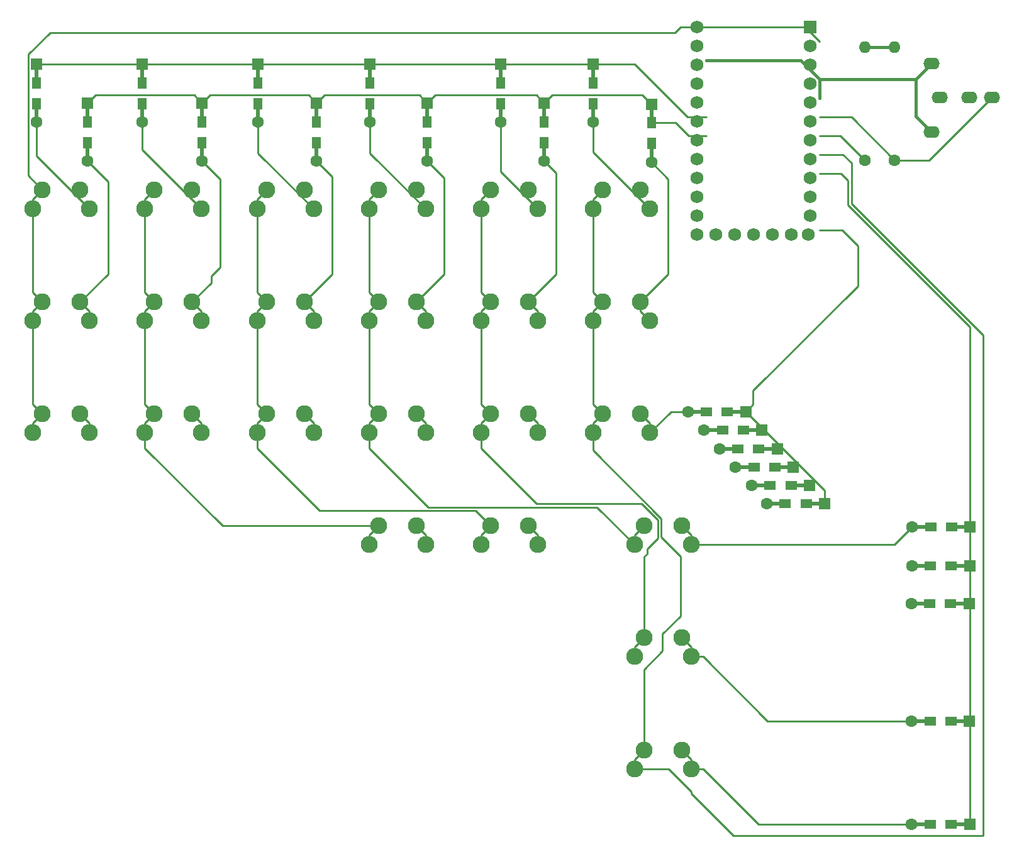
<source format=gbr>
%TF.GenerationSoftware,KiCad,Pcbnew,(6.0.5)*%
%TF.CreationDate,2022-05-16T23:14:11-04:00*%
%TF.ProjectId,keybert,6b657962-6572-4742-9e6b-696361645f70,0.0.1a*%
%TF.SameCoordinates,Original*%
%TF.FileFunction,Copper,L1,Top*%
%TF.FilePolarity,Positive*%
%FSLAX46Y46*%
G04 Gerber Fmt 4.6, Leading zero omitted, Abs format (unit mm)*
G04 Created by KiCad (PCBNEW (6.0.5)) date 2022-05-16 23:14:11*
%MOMM*%
%LPD*%
G01*
G04 APERTURE LIST*
%TA.AperFunction,ComponentPad*%
%ADD10C,1.600000*%
%TD*%
%TA.AperFunction,ComponentPad*%
%ADD11O,1.600000X1.600000*%
%TD*%
%TA.AperFunction,ComponentPad*%
%ADD12O,2.200000X1.600000*%
%TD*%
%TA.AperFunction,ComponentPad*%
%ADD13C,2.286000*%
%TD*%
%TA.AperFunction,SMDPad,CuDef*%
%ADD14R,2.900000X0.500000*%
%TD*%
%TA.AperFunction,ComponentPad*%
%ADD15R,1.600000X1.600000*%
%TD*%
%TA.AperFunction,SMDPad,CuDef*%
%ADD16R,1.600000X1.200000*%
%TD*%
%TA.AperFunction,SMDPad,CuDef*%
%ADD17R,1.200000X1.600000*%
%TD*%
%TA.AperFunction,SMDPad,CuDef*%
%ADD18R,0.500000X2.900000*%
%TD*%
%TA.AperFunction,ComponentPad*%
%ADD19R,1.752600X1.752600*%
%TD*%
%TA.AperFunction,ComponentPad*%
%ADD20C,1.752600*%
%TD*%
%TA.AperFunction,Conductor*%
%ADD21C,0.250000*%
%TD*%
%TA.AperFunction,Conductor*%
%ADD22C,0.381000*%
%TD*%
G04 APERTURE END LIST*
D10*
%TO.P,R0,1*%
%TO.N,SDA*%
X144627500Y-40260891D03*
D11*
%TO.P,R0,2*%
%TO.N,VCC*%
X144627500Y-25020891D03*
%TD*%
D12*
%TO.P,J0,1,SLEEVE*%
%TO.N,GND*%
X149602500Y-27247141D03*
X149602500Y-36447141D03*
%TO.P,J0,2,TIP*%
%TO.N,VCC*%
X150702500Y-31847141D03*
%TO.P,J0,3,RING1*%
%TO.N,SCL*%
X154702500Y-31847141D03*
%TO.P,J0,4,RING2*%
%TO.N,SDA*%
X157702500Y-31847141D03*
%TD*%
D13*
%TO.P,MX19,1,COL*%
%TO.N,col5*%
X105300000Y-74434641D03*
X104030000Y-76974641D03*
%TO.P,MX19,2,ROW*%
%TO.N,Net-(D19-Pad2)*%
X111650000Y-76974641D03*
X110380000Y-74434641D03*
%TD*%
%TO.P,MX11,1,COL*%
%TO.N,col3*%
X73867500Y-76974641D03*
X75137500Y-74434641D03*
%TO.P,MX11,2,ROW*%
%TO.N,Net-(D11-Pad2)*%
X81487500Y-76974641D03*
X80217500Y-74434641D03*
%TD*%
%TO.P,MX20,1,COL*%
%TO.N,col3*%
X109586250Y-92055891D03*
X110856250Y-89515891D03*
%TO.P,MX20,2,ROW*%
%TO.N,Net-(D20-Pad2)*%
X117206250Y-92055891D03*
X115936250Y-89515891D03*
%TD*%
%TO.P,MX12,1,COL*%
%TO.N,col1*%
X75137500Y-89515891D03*
X73867500Y-92055891D03*
%TO.P,MX12,2,ROW*%
%TO.N,Net-(D12-Pad2)*%
X81487500Y-92055891D03*
X80217500Y-89515891D03*
%TD*%
%TO.P,MX18,1,COL*%
%TO.N,col5*%
X105300000Y-59353391D03*
X104030000Y-61893391D03*
%TO.P,MX18,2,ROW*%
%TO.N,Net-(D18-Pad2)*%
X110380000Y-59353391D03*
X111650000Y-61893391D03*
%TD*%
%TO.P,MX10,1,COL*%
%TO.N,col3*%
X75137500Y-59353391D03*
X73867500Y-61893391D03*
%TO.P,MX10,2,ROW*%
%TO.N,Net-(D10-Pad2)*%
X80217500Y-59353391D03*
X81487500Y-61893391D03*
%TD*%
%TO.P,MX15,1,COL*%
%TO.N,col4*%
X90218750Y-74434641D03*
X88948750Y-76974641D03*
%TO.P,MX15,2,ROW*%
%TO.N,Net-(D15-Pad2)*%
X96568750Y-76974641D03*
X95298750Y-74434641D03*
%TD*%
%TO.P,MX7,1,COL*%
%TO.N,col2*%
X60056250Y-59353391D03*
X58786250Y-61893391D03*
%TO.P,MX7,2,ROW*%
%TO.N,Net-(D7-Pad2)*%
X66406250Y-61893391D03*
X65136250Y-59353391D03*
%TD*%
%TO.P,MX3,1,COL*%
%TO.N,col1*%
X44975000Y-44272141D03*
X43705000Y-46812141D03*
%TO.P,MX3,2,ROW*%
%TO.N,Net-(D3-Pad2)*%
X51325000Y-46812141D03*
X50055000Y-44272141D03*
%TD*%
%TO.P,MX14,1,COL*%
%TO.N,col4*%
X90218750Y-59353391D03*
X88948750Y-61893391D03*
%TO.P,MX14,2,ROW*%
%TO.N,Net-(D14-Pad2)*%
X95298750Y-59353391D03*
X96568750Y-61893391D03*
%TD*%
%TO.P,MX0,1,COL*%
%TO.N,col0*%
X28623750Y-46812141D03*
X29893750Y-44272141D03*
%TO.P,MX0,2,ROW*%
%TO.N,Net-(D0-Pad2)*%
X34973750Y-44272141D03*
X36243750Y-46812141D03*
%TD*%
%TO.P,MX8,1,COL*%
%TO.N,col2*%
X60056250Y-74434641D03*
X58786250Y-76974641D03*
%TO.P,MX8,2,ROW*%
%TO.N,Net-(D8-Pad2)*%
X66406250Y-76974641D03*
X65136250Y-74434641D03*
%TD*%
%TO.P,MX22,1,COL*%
%TO.N,col5*%
X109586250Y-122218391D03*
X110856250Y-119678391D03*
%TO.P,MX22,2,ROW*%
%TO.N,Net-(D22-Pad2)*%
X115936250Y-119678391D03*
X117206250Y-122218391D03*
%TD*%
D10*
%TO.P,R1,1*%
%TO.N,SCL*%
X140577500Y-40260891D03*
D11*
%TO.P,R1,2*%
%TO.N,VCC*%
X140577500Y-25020891D03*
%TD*%
D13*
%TO.P,MX16,1,COL*%
%TO.N,col2*%
X90218750Y-89515891D03*
X88948750Y-92055891D03*
%TO.P,MX16,2,ROW*%
%TO.N,Net-(D16-Pad2)*%
X95298750Y-89515891D03*
X96568750Y-92055891D03*
%TD*%
%TO.P,MX13,1,COL*%
%TO.N,col4*%
X88948750Y-46812141D03*
X90218750Y-44272141D03*
%TO.P,MX13,2,ROW*%
%TO.N,Net-(D13-Pad2)*%
X95298750Y-44272141D03*
X96568750Y-46812141D03*
%TD*%
%TO.P,MX21,1,COL*%
%TO.N,col4*%
X109586250Y-107137141D03*
X110856250Y-104597141D03*
%TO.P,MX21,2,ROW*%
%TO.N,Net-(D21-Pad2)*%
X117206250Y-107137141D03*
X115936250Y-104597141D03*
%TD*%
%TO.P,MX17,1,COL*%
%TO.N,col5*%
X105300000Y-44272141D03*
X104030000Y-46812141D03*
%TO.P,MX17,2,ROW*%
%TO.N,Net-(D17-Pad2)*%
X110380000Y-44272141D03*
X111650000Y-46812141D03*
%TD*%
%TO.P,MX6,1,COL*%
%TO.N,col2*%
X60056250Y-44272141D03*
X58786250Y-46812141D03*
%TO.P,MX6,2,ROW*%
%TO.N,Net-(D6-Pad2)*%
X65136250Y-44272141D03*
X66406250Y-46812141D03*
%TD*%
%TO.P,MX4,1,COL*%
%TO.N,col1*%
X44975000Y-59353391D03*
X43705000Y-61893391D03*
%TO.P,MX4,2,ROW*%
%TO.N,Net-(D4-Pad2)*%
X50055000Y-59353391D03*
X51325000Y-61893391D03*
%TD*%
%TO.P,MX2,1,COL*%
%TO.N,col0*%
X28623750Y-76974641D03*
X29893750Y-74434641D03*
%TO.P,MX2,2,ROW*%
%TO.N,Net-(D2-Pad2)*%
X36243750Y-76974641D03*
X34973750Y-74434641D03*
%TD*%
%TO.P,MX9,1,COL*%
%TO.N,col3*%
X73867500Y-46812141D03*
X75137500Y-44272141D03*
%TO.P,MX9,2,ROW*%
%TO.N,Net-(D9-Pad2)*%
X81487500Y-46812141D03*
X80217500Y-44272141D03*
%TD*%
%TO.P,MX5,1,COL*%
%TO.N,col1*%
X44975000Y-74434641D03*
X43705000Y-76974641D03*
%TO.P,MX5,2,ROW*%
%TO.N,Net-(D5-Pad2)*%
X51325000Y-76974641D03*
X50055000Y-74434641D03*
%TD*%
%TO.P,MX1,1,COL*%
%TO.N,col0*%
X28623750Y-61893391D03*
X29893750Y-59353391D03*
%TO.P,MX1,2,ROW*%
%TO.N,Net-(D1-Pad2)*%
X36243750Y-61893391D03*
X34973750Y-59353391D03*
%TD*%
D14*
%TO.P,D22,1,K*%
%TO.N,clu0*%
X153311250Y-129742141D03*
D15*
X154711250Y-129742141D03*
D16*
X152211250Y-129742141D03*
D14*
%TO.P,D22,2,A*%
%TO.N,Net-(D22-Pad2)*%
X148311250Y-129742141D03*
D10*
X146911250Y-129742141D03*
D16*
X149411250Y-129742141D03*
%TD*%
D17*
%TO.P,D4,1,K*%
%TO.N,row1*%
X51401250Y-35092141D03*
D15*
X51401250Y-32592141D03*
D18*
X51401250Y-33992141D03*
%TO.P,D4,2,A*%
%TO.N,Net-(D4-Pad2)*%
X51401250Y-38992141D03*
D17*
X51401250Y-37892141D03*
D10*
X51401250Y-40392141D03*
%TD*%
D15*
%TO.P,D17,1,K*%
%TO.N,row0*%
X104011250Y-27352141D03*
D17*
X104011250Y-29852141D03*
D18*
X104011250Y-28752141D03*
%TO.P,D17,2,A*%
%TO.N,Net-(D17-Pad2)*%
X104011250Y-33752141D03*
D17*
X104011250Y-32652141D03*
D10*
X104011250Y-35152141D03*
%TD*%
D14*
%TO.P,D19,1,K*%
%TO.N,row2*%
X123201250Y-74122141D03*
D16*
X122101250Y-74122141D03*
D15*
X124601250Y-74122141D03*
D14*
%TO.P,D19,2,A*%
%TO.N,Net-(D19-Pad2)*%
X118201250Y-74122141D03*
D16*
X119301250Y-74122141D03*
D10*
X116801250Y-74122141D03*
%TD*%
D15*
%TO.P,D15,1,K*%
%TO.N,row2*%
X126741250Y-76612141D03*
D16*
X124241250Y-76612141D03*
D14*
X125341250Y-76612141D03*
D10*
%TO.P,D15,2,A*%
%TO.N,Net-(D15-Pad2)*%
X118941250Y-76612141D03*
D14*
X120341250Y-76612141D03*
D16*
X121441250Y-76612141D03*
%TD*%
D18*
%TO.P,D3,1,K*%
%TO.N,row0*%
X43371250Y-28752141D03*
D15*
X43371250Y-27352141D03*
D17*
X43371250Y-29852141D03*
D10*
%TO.P,D3,2,A*%
%TO.N,Net-(D3-Pad2)*%
X43371250Y-35152141D03*
D18*
X43371250Y-33752141D03*
D17*
X43371250Y-32652141D03*
%TD*%
%TO.P,D10,1,K*%
%TO.N,row1*%
X81721250Y-35092141D03*
D18*
X81721250Y-33992141D03*
D15*
X81721250Y-32592141D03*
D10*
%TO.P,D10,2,A*%
%TO.N,Net-(D10-Pad2)*%
X81721250Y-40392141D03*
D18*
X81721250Y-38992141D03*
D17*
X81721250Y-37892141D03*
%TD*%
D14*
%TO.P,D16,1,K*%
%TO.N,clu0*%
X153351250Y-94862141D03*
D16*
X152251250Y-94862141D03*
D15*
X154751250Y-94862141D03*
D14*
%TO.P,D16,2,A*%
%TO.N,Net-(D16-Pad2)*%
X148351250Y-94862141D03*
D16*
X149451250Y-94862141D03*
D10*
X146951250Y-94862141D03*
%TD*%
D14*
%TO.P,D21,1,K*%
%TO.N,clu0*%
X153291250Y-115792141D03*
D15*
X154691250Y-115792141D03*
D16*
X152191250Y-115792141D03*
%TO.P,D21,2,A*%
%TO.N,Net-(D21-Pad2)*%
X149391250Y-115792141D03*
D14*
X148291250Y-115792141D03*
D10*
X146891250Y-115792141D03*
%TD*%
D15*
%TO.P,D20,1,K*%
%TO.N,clu0*%
X154781250Y-89662141D03*
D14*
X153381250Y-89662141D03*
D16*
X152281250Y-89662141D03*
%TO.P,D20,2,A*%
%TO.N,Net-(D20-Pad2)*%
X149481250Y-89662141D03*
D14*
X148381250Y-89662141D03*
D10*
X146981250Y-89662141D03*
%TD*%
D15*
%TO.P,D11,1,K*%
%TO.N,row2*%
X128821250Y-79142141D03*
D16*
X126321250Y-79142141D03*
D14*
X127421250Y-79142141D03*
%TO.P,D11,2,A*%
%TO.N,Net-(D11-Pad2)*%
X122421250Y-79142141D03*
D16*
X123521250Y-79142141D03*
D10*
X121021250Y-79142141D03*
%TD*%
D17*
%TO.P,D13,1,K*%
%TO.N,row0*%
X91551250Y-29852141D03*
D18*
X91551250Y-28752141D03*
D15*
X91551250Y-27352141D03*
D17*
%TO.P,D13,2,A*%
%TO.N,Net-(D13-Pad2)*%
X91551250Y-32652141D03*
D18*
X91551250Y-33752141D03*
D10*
X91551250Y-35152141D03*
%TD*%
D17*
%TO.P,D9,1,K*%
%TO.N,row0*%
X74021250Y-29852141D03*
D15*
X74021250Y-27352141D03*
D18*
X74021250Y-28752141D03*
%TO.P,D9,2,A*%
%TO.N,Net-(D9-Pad2)*%
X74021250Y-33752141D03*
D10*
X74021250Y-35152141D03*
D17*
X74021250Y-32652141D03*
%TD*%
D15*
%TO.P,D8,1,K*%
%TO.N,row2*%
X130981250Y-81592141D03*
D14*
X129581250Y-81592141D03*
D16*
X128481250Y-81592141D03*
D10*
%TO.P,D8,2,A*%
%TO.N,Net-(D8-Pad2)*%
X123181250Y-81592141D03*
D16*
X125681250Y-81592141D03*
D14*
X124581250Y-81592141D03*
%TD*%
D17*
%TO.P,D0,1,K*%
%TO.N,row0*%
X29111250Y-29852141D03*
D18*
X29111250Y-28752141D03*
D15*
X29111250Y-27352141D03*
D10*
%TO.P,D0,2,A*%
%TO.N,Net-(D0-Pad2)*%
X29111250Y-35152141D03*
D17*
X29111250Y-32652141D03*
D18*
X29111250Y-33752141D03*
%TD*%
D15*
%TO.P,D18,1,K*%
%TO.N,row1*%
X111891250Y-32742141D03*
D17*
X111891250Y-35242141D03*
D18*
X111891250Y-34142141D03*
D17*
%TO.P,D18,2,A*%
%TO.N,Net-(D18-Pad2)*%
X111891250Y-38042141D03*
D18*
X111891250Y-39142141D03*
D10*
X111891250Y-40542141D03*
%TD*%
D15*
%TO.P,D14,1,K*%
%TO.N,row1*%
X97451250Y-32592141D03*
D18*
X97451250Y-33992141D03*
D17*
X97451250Y-35092141D03*
D10*
%TO.P,D14,2,A*%
%TO.N,Net-(D14-Pad2)*%
X97451250Y-40392141D03*
D18*
X97451250Y-38992141D03*
D17*
X97451250Y-37892141D03*
%TD*%
D15*
%TO.P,D2,1,K*%
%TO.N,row2*%
X135201250Y-86482141D03*
D14*
X133801250Y-86482141D03*
D16*
X132701250Y-86482141D03*
D10*
%TO.P,D2,2,A*%
%TO.N,Net-(D2-Pad2)*%
X127401250Y-86482141D03*
D14*
X128801250Y-86482141D03*
D16*
X129901250Y-86482141D03*
%TD*%
D17*
%TO.P,D1,1,K*%
%TO.N,row1*%
X35991250Y-35092141D03*
D15*
X35991250Y-32592141D03*
D18*
X35991250Y-33992141D03*
D10*
%TO.P,D1,2,A*%
%TO.N,Net-(D1-Pad2)*%
X35991250Y-40392141D03*
D17*
X35991250Y-37892141D03*
D18*
X35991250Y-38992141D03*
%TD*%
D14*
%TO.P,D12,1,K*%
%TO.N,clu0*%
X153251250Y-100002141D03*
D16*
X152151250Y-100002141D03*
D15*
X154651250Y-100002141D03*
D14*
%TO.P,D12,2,A*%
%TO.N,Net-(D12-Pad2)*%
X148251250Y-100002141D03*
D16*
X149351250Y-100002141D03*
D10*
X146851250Y-100002141D03*
%TD*%
D18*
%TO.P,D6,1,K*%
%TO.N,row0*%
X58941250Y-28752141D03*
D15*
X58941250Y-27352141D03*
D17*
X58941250Y-29852141D03*
%TO.P,D6,2,A*%
%TO.N,Net-(D6-Pad2)*%
X58941250Y-32652141D03*
D10*
X58941250Y-35152141D03*
D18*
X58941250Y-33752141D03*
%TD*%
D15*
%TO.P,D7,1,K*%
%TO.N,row1*%
X66801250Y-32592141D03*
D17*
X66801250Y-35092141D03*
D18*
X66801250Y-33992141D03*
D10*
%TO.P,D7,2,A*%
%TO.N,Net-(D7-Pad2)*%
X66801250Y-40392141D03*
D18*
X66801250Y-38992141D03*
D17*
X66801250Y-37892141D03*
%TD*%
D19*
%TO.P,MC-EC0,1,TX0/PD3*%
%TO.N,col0*%
X133228270Y-22342911D03*
D20*
%TO.P,MC-EC0,2,RX1/PD2*%
%TO.N,unconnected-(MC-EC0-Pad2)*%
X133228270Y-24882911D03*
%TO.P,MC-EC0,3,GND*%
%TO.N,GND*%
X133228270Y-27422911D03*
%TO.P,MC-EC0,4,GND*%
X133228270Y-29962911D03*
%TO.P,MC-EC0,5,2/PD1*%
%TO.N,SDA*%
X133228270Y-32502911D03*
%TO.P,MC-EC0,6,3/PD0*%
%TO.N,SCL*%
X133228270Y-35042911D03*
%TO.P,MC-EC0,7,4/PD4*%
%TO.N,col5*%
X133228270Y-37582911D03*
%TO.P,MC-EC0,8,5/PC6*%
%TO.N,clu0*%
X133228270Y-40122911D03*
%TO.P,MC-EC0,9,6/PD7*%
%TO.N,unconnected-(MC-EC0-Pad9)*%
X133228270Y-42662911D03*
%TO.P,MC-EC0,10,7/PE6*%
%TO.N,unconnected-(MC-EC0-Pad10)*%
X133228270Y-45202911D03*
%TO.P,MC-EC0,11,8/PB4*%
%TO.N,row2*%
X133228270Y-47742911D03*
%TO.P,MC-EC0,12,9/PB5*%
%TO.N,unconnected-(MC-EC0-Pad12)*%
X132999670Y-50282911D03*
%TO.P,MC-EC0,13,10/PB6*%
%TO.N,unconnected-(MC-EC0-Pad13)*%
X117988270Y-50282911D03*
%TO.P,MC-EC0,14,16/PB2*%
%TO.N,col3*%
X117988270Y-47742911D03*
%TO.P,MC-EC0,15,14/PB3*%
%TO.N,unconnected-(MC-EC0-Pad15)*%
X117988270Y-45202911D03*
%TO.P,MC-EC0,16,15/PB1*%
%TO.N,col2*%
X117988270Y-42662911D03*
%TO.P,MC-EC0,17,A0/PF7*%
%TO.N,col1*%
X117988270Y-40122911D03*
%TO.P,MC-EC0,18,A1/PF6*%
%TO.N,col4*%
X117988270Y-37582911D03*
%TO.P,MC-EC0,19,A2/PF5*%
%TO.N,row1*%
X117988270Y-35042911D03*
%TO.P,MC-EC0,20,A3/PF4*%
%TO.N,row0*%
X117988270Y-32502911D03*
%TO.P,MC-EC0,21,VCC*%
%TO.N,VCC*%
X117988270Y-29962911D03*
%TO.P,MC-EC0,22,RST*%
%TO.N,unconnected-(MC-EC0-Pad22)*%
X117988270Y-27422911D03*
%TO.P,MC-EC0,23,GND*%
%TO.N,GND*%
X117988270Y-24882911D03*
%TO.P,MC-EC0,24,B0*%
%TO.N,unconnected-(MC-EC0-Pad24)*%
X117988270Y-22342911D03*
%TO.P,MC-EC0,25,B7*%
%TO.N,unconnected-(MC-EC0-Pad25)*%
X130688270Y-50282911D03*
%TO.P,MC-EC0,26,D5*%
%TO.N,unconnected-(MC-EC0-Pad26)*%
X128148270Y-50282911D03*
%TO.P,MC-EC0,27,C7*%
%TO.N,unconnected-(MC-EC0-Pad27)*%
X125608270Y-50282911D03*
%TO.P,MC-EC0,28,F1*%
%TO.N,unconnected-(MC-EC0-Pad28)*%
X123068270Y-50282911D03*
%TO.P,MC-EC0,29,F0*%
%TO.N,unconnected-(MC-EC0-Pad29)*%
X120528270Y-50282911D03*
%TD*%
D16*
%TO.P,D5,1,K*%
%TO.N,row2*%
X130671250Y-84032141D03*
D14*
X131771250Y-84032141D03*
D15*
X133171250Y-84032141D03*
D14*
%TO.P,D5,2,A*%
%TO.N,Net-(D5-Pad2)*%
X126771250Y-84032141D03*
D10*
X125371250Y-84032141D03*
D16*
X127871250Y-84032141D03*
%TD*%
D21*
%TO.N,row0*%
X116730000Y-34429641D02*
X119270000Y-34429641D01*
X29551250Y-27352141D02*
X43371250Y-27352141D01*
X109652500Y-27352141D02*
X116730000Y-34429641D01*
X104011250Y-27352141D02*
X109652500Y-27352141D01*
X43371250Y-27352141D02*
X104011250Y-27352141D01*
%TO.N,Net-(D0-Pad2)*%
X29111250Y-35152141D02*
X29111250Y-39679641D01*
X29111250Y-39679641D02*
X36243750Y-46812141D01*
%TO.N,row1*%
X97451250Y-32592141D02*
X98515761Y-31527630D01*
X65736739Y-31527630D02*
X66801250Y-32592141D01*
X111891250Y-35242141D02*
X115161250Y-35242141D01*
X51401250Y-32592141D02*
X52465761Y-31527630D01*
X82785761Y-31527630D02*
X96386739Y-31527630D01*
X96386739Y-31527630D02*
X97451250Y-32592141D01*
X52465761Y-31527630D02*
X65736739Y-31527630D01*
X81721250Y-32592141D02*
X82785761Y-31527630D01*
X98515761Y-31527630D02*
X110676739Y-31527630D01*
X50336739Y-31527630D02*
X51401250Y-32592141D01*
X37055761Y-31527630D02*
X50336739Y-31527630D01*
X116888750Y-36969641D02*
X119270000Y-36969641D01*
X35991250Y-32592141D02*
X37055761Y-31527630D01*
X80656739Y-31527630D02*
X81721250Y-32592141D01*
X66801250Y-32592141D02*
X67865761Y-31527630D01*
X110676739Y-31527630D02*
X111891250Y-32742141D01*
X115161250Y-35242141D02*
X116888750Y-36969641D01*
X67865761Y-31527630D02*
X80656739Y-31527630D01*
%TO.N,Net-(D1-Pad2)*%
X34973750Y-59353391D02*
X36243750Y-60623391D01*
X38739171Y-43140062D02*
X38739171Y-55587970D01*
X35991250Y-40392141D02*
X38739171Y-43140062D01*
X38739171Y-55587970D02*
X34973750Y-59353391D01*
X36243750Y-60623391D02*
X36243750Y-61893391D01*
%TO.N,row2*%
X125550811Y-73172580D02*
X125550811Y-71302580D01*
X139651250Y-51794641D02*
X137526250Y-49669641D01*
X139651250Y-57202141D02*
X139651250Y-51794641D01*
X124601250Y-74122141D02*
X125550811Y-73172580D01*
X125550811Y-71302580D02*
X139651250Y-57202141D01*
X135201250Y-86482141D02*
X135201250Y-84722141D01*
X135201250Y-84722141D02*
X124601250Y-74122141D01*
X137526250Y-49669641D02*
X134510000Y-49669641D01*
%TO.N,Net-(D2-Pad2)*%
X34973750Y-74434641D02*
X36243750Y-75704641D01*
X36243750Y-75704641D02*
X36243750Y-76974641D01*
%TO.N,Net-(D3-Pad2)*%
X43371250Y-38858391D02*
X51325000Y-46812141D01*
X43371250Y-35152141D02*
X43371250Y-38858391D01*
%TO.N,Net-(D4-Pad2)*%
X51325000Y-60623391D02*
X51325000Y-61893391D01*
X52631250Y-56777141D02*
X50055000Y-59353391D01*
X51401250Y-40392141D02*
X53820421Y-42811312D01*
X53820421Y-54702970D02*
X52631250Y-55892141D01*
X53820421Y-42811312D02*
X53820421Y-54702970D01*
X52631250Y-55892141D02*
X52631250Y-56777141D01*
X50055000Y-59353391D02*
X51325000Y-60623391D01*
%TO.N,Net-(D5-Pad2)*%
X51325000Y-75704641D02*
X51325000Y-76974641D01*
X50055000Y-74434641D02*
X51325000Y-75704641D01*
%TO.N,Net-(D6-Pad2)*%
X58941250Y-35152141D02*
X58941250Y-39347141D01*
X58941250Y-39347141D02*
X66406250Y-46812141D01*
%TO.N,Net-(D7-Pad2)*%
X66801250Y-40392141D02*
X68901671Y-42492562D01*
X68901671Y-55587970D02*
X65136250Y-59353391D01*
X65136250Y-59353391D02*
X66406250Y-60623391D01*
X68901671Y-42492562D02*
X68901671Y-55587970D01*
X66406250Y-60623391D02*
X66406250Y-61893391D01*
%TO.N,Net-(D8-Pad2)*%
X66406250Y-75704641D02*
X66406250Y-76974641D01*
X65136250Y-74434641D02*
X66406250Y-75704641D01*
%TO.N,Net-(D9-Pad2)*%
X74021250Y-39345891D02*
X81487500Y-46812141D01*
X74021250Y-35152141D02*
X74021250Y-39345891D01*
%TO.N,Net-(D10-Pad2)*%
X83982921Y-42653812D02*
X83982921Y-55587970D01*
X81487500Y-60623391D02*
X81487500Y-61893391D01*
X83982921Y-55587970D02*
X80217500Y-59353391D01*
X80217500Y-59353391D02*
X81487500Y-60623391D01*
X81721250Y-40392141D02*
X83982921Y-42653812D01*
%TO.N,Net-(D11-Pad2)*%
X80217500Y-74434641D02*
X81487500Y-75704641D01*
X81487500Y-75704641D02*
X81487500Y-76974641D01*
%TO.N,clu0*%
X137394230Y-42049641D02*
X134510000Y-42049641D01*
X154781250Y-89662141D02*
X154781250Y-62737859D01*
X154781250Y-62737859D02*
X138346730Y-46303338D01*
X138346730Y-46303338D02*
X138346730Y-43002141D01*
X154781250Y-89662141D02*
X154781250Y-129672141D01*
X138346730Y-43002141D02*
X137394230Y-42049641D01*
%TO.N,Net-(D12-Pad2)*%
X81487500Y-90785891D02*
X81487500Y-92055891D01*
X80217500Y-89515891D02*
X81487500Y-90785891D01*
%TO.N,Net-(D13-Pad2)*%
X91551250Y-41794641D02*
X96568750Y-46812141D01*
X91551250Y-35152141D02*
X91551250Y-41794641D01*
%TO.N,Net-(D14-Pad2)*%
X97451250Y-40392141D02*
X99064171Y-42005062D01*
X99064171Y-55587970D02*
X95298750Y-59353391D01*
X96568750Y-60623391D02*
X96568750Y-61893391D01*
X95298750Y-59353391D02*
X96568750Y-60623391D01*
X99064171Y-42005062D02*
X99064171Y-55587970D01*
%TO.N,Net-(D15-Pad2)*%
X96568750Y-75704641D02*
X96568750Y-76974641D01*
X95298750Y-74434641D02*
X96568750Y-75704641D01*
%TO.N,Net-(D16-Pad2)*%
X96568750Y-90785891D02*
X96568750Y-92055891D01*
X95298750Y-89515891D02*
X96568750Y-90785891D01*
%TO.N,Net-(D17-Pad2)*%
X104011250Y-39173391D02*
X111650000Y-46812141D01*
X104011250Y-35152141D02*
X104011250Y-39173391D01*
%TO.N,Net-(D18-Pad2)*%
X110380000Y-59353391D02*
X114145421Y-55587970D01*
X111650000Y-61893391D02*
X110380000Y-60623391D01*
X114145421Y-55587970D02*
X114145421Y-42796312D01*
X114145421Y-42796312D02*
X111891250Y-40542141D01*
X110380000Y-60623391D02*
X110380000Y-59353391D01*
%TO.N,Net-(D19-Pad2)*%
X110380000Y-74434641D02*
X111650000Y-75704641D01*
X111650000Y-75704641D02*
X111650000Y-76974641D01*
X114502500Y-74122141D02*
X116801250Y-74122141D01*
X111650000Y-76974641D02*
X114502500Y-74122141D01*
%TO.N,Net-(D20-Pad2)*%
X117206250Y-90785891D02*
X117206250Y-92055891D01*
X115936250Y-89515891D02*
X117206250Y-90785891D01*
X117206250Y-92055891D02*
X144587500Y-92055891D01*
X144587500Y-92055891D02*
X146981250Y-89662141D01*
%TO.N,Net-(D21-Pad2)*%
X118822696Y-107137141D02*
X127477696Y-115792141D01*
X117206250Y-107137141D02*
X118822696Y-107137141D01*
X127477696Y-115792141D02*
X146891250Y-115792141D01*
X117206250Y-105867141D02*
X117206250Y-107137141D01*
X115936250Y-104597141D02*
X117206250Y-105867141D01*
%TO.N,Net-(D22-Pad2)*%
X118822696Y-122218391D02*
X126346446Y-129742141D01*
X117206250Y-122218391D02*
X118822696Y-122218391D01*
X117206250Y-120948391D02*
X117206250Y-122218391D01*
X126346446Y-129742141D02*
X146911250Y-129742141D01*
X115936250Y-119678391D02*
X117206250Y-120948391D01*
%TO.N,col0*%
X28623750Y-46812141D02*
X28623750Y-58083391D01*
X115073311Y-23068830D02*
X115777500Y-22364641D01*
X30934561Y-23068830D02*
X115073311Y-23068830D01*
X27986739Y-26016652D02*
X30934561Y-23068830D01*
X28623750Y-60623391D02*
X28623750Y-61893391D01*
X28623750Y-61893391D02*
X28623750Y-73164641D01*
X28623750Y-58083391D02*
X29893750Y-59353391D01*
X28623750Y-73164641D02*
X29893750Y-74434641D01*
X28623750Y-45542141D02*
X28623750Y-46812141D01*
X115777500Y-22364641D02*
X132605000Y-22364641D01*
X27986739Y-42365130D02*
X27986739Y-26016652D01*
X29893750Y-44272141D02*
X27986739Y-42365130D01*
X29893750Y-44272141D02*
X28623750Y-45542141D01*
X28623750Y-75704641D02*
X28623750Y-76974641D01*
X132605000Y-22364641D02*
X134510000Y-24269641D01*
X29893750Y-59353391D02*
X28623750Y-60623391D01*
X29893750Y-74434641D02*
X28623750Y-75704641D01*
%TO.N,col1*%
X43705000Y-76974641D02*
X43705000Y-79054095D01*
X43705000Y-73164641D02*
X44975000Y-74434641D01*
X43705000Y-46812141D02*
X43705000Y-58083391D01*
X43705000Y-75704641D02*
X43705000Y-76974641D01*
X75137500Y-89515891D02*
X73867500Y-90785891D01*
X44975000Y-59353391D02*
X43705000Y-60623391D01*
X54166796Y-89515891D02*
X75137500Y-89515891D01*
X43705000Y-61893391D02*
X43705000Y-73164641D01*
X73867500Y-90785891D02*
X73867500Y-92055891D01*
X43705000Y-79054095D02*
X54166796Y-89515891D01*
X44975000Y-74434641D02*
X43705000Y-75704641D01*
X43705000Y-45542141D02*
X43705000Y-46812141D01*
X43705000Y-60623391D02*
X43705000Y-61893391D01*
X43705000Y-58083391D02*
X44975000Y-59353391D01*
X44975000Y-44272141D02*
X43705000Y-45542141D01*
%TO.N,col2*%
X58786250Y-45542141D02*
X58786250Y-46812141D01*
X88165000Y-87462141D02*
X90218750Y-89515891D01*
X60056250Y-59353391D02*
X58786250Y-60623391D01*
X58786250Y-73164641D02*
X60056250Y-74434641D01*
X58786250Y-61893391D02*
X58786250Y-73164641D01*
X58786250Y-58083391D02*
X60056250Y-59353391D01*
X58786250Y-76974641D02*
X58786250Y-79054095D01*
X60056250Y-74434641D02*
X58786250Y-75704641D01*
X58786250Y-60623391D02*
X58786250Y-61893391D01*
X58786250Y-75704641D02*
X58786250Y-76974641D01*
X60056250Y-44272141D02*
X58786250Y-45542141D01*
X90218750Y-89515891D02*
X88948750Y-90785891D01*
X67194296Y-87462141D02*
X88165000Y-87462141D01*
X58786250Y-79054095D02*
X67194296Y-87462141D01*
X88948750Y-90785891D02*
X88948750Y-92055891D01*
X58786250Y-46812141D02*
X58786250Y-58083391D01*
%TO.N,col3*%
X73867500Y-58083391D02*
X75137500Y-59353391D01*
X104542980Y-87012621D02*
X109586250Y-92055891D01*
X75137500Y-59353391D02*
X73867500Y-60623391D01*
X73867500Y-60623391D02*
X73867500Y-61893391D01*
X73867500Y-76974641D02*
X73867500Y-79054095D01*
X110856250Y-89515891D02*
X109586250Y-90785891D01*
X75137500Y-44272141D02*
X73867500Y-45542141D01*
X73867500Y-46812141D02*
X73867500Y-58083391D01*
X73867500Y-45542141D02*
X73867500Y-46812141D01*
X75137500Y-74434641D02*
X73867500Y-75704641D01*
X81826026Y-87012621D02*
X104542980Y-87012621D01*
X73867500Y-75704641D02*
X73867500Y-76974641D01*
X73867500Y-79054095D02*
X81826026Y-87012621D01*
X73867500Y-61893391D02*
X73867500Y-73164641D01*
X109586250Y-90785891D02*
X109586250Y-92055891D01*
X73867500Y-73164641D02*
X75137500Y-74434641D01*
%TO.N,col4*%
X90218750Y-74434641D02*
X88948750Y-75704641D01*
X112731250Y-91172141D02*
X111321250Y-92582141D01*
X96457756Y-86563101D02*
X110592210Y-86563101D01*
X110856250Y-93687141D02*
X110856250Y-104597141D01*
X110856250Y-104597141D02*
X109586250Y-105867141D01*
X112731250Y-88702141D02*
X112731250Y-91172141D01*
X90218750Y-44272141D02*
X88948750Y-45542141D01*
X88948750Y-73164641D02*
X90218750Y-74434641D01*
X88948750Y-76974641D02*
X88948750Y-79054095D01*
X88948750Y-60623391D02*
X88948750Y-61893391D01*
X88948750Y-75704641D02*
X88948750Y-76974641D01*
X88948750Y-79054095D02*
X96457756Y-86563101D01*
X109586250Y-105867141D02*
X109586250Y-107137141D01*
X88948750Y-58083391D02*
X90218750Y-59353391D01*
X88948750Y-46812141D02*
X88948750Y-58083391D01*
X90218750Y-59353391D02*
X88948750Y-60623391D01*
X111321250Y-92582141D02*
X111321250Y-93222141D01*
X88948750Y-61893391D02*
X88948750Y-73164641D01*
X88948750Y-45542141D02*
X88948750Y-46812141D01*
X111321250Y-93222141D02*
X110856250Y-93687141D01*
X110592210Y-86563101D02*
X112731250Y-88702141D01*
%TO.N,col5*%
X109586250Y-120948391D02*
X109586250Y-122218391D01*
X110856250Y-119678391D02*
X109586250Y-120948391D01*
X105300000Y-44272141D02*
X104030000Y-45542141D01*
X104030000Y-61893391D02*
X104030000Y-73164641D01*
X105300000Y-59353391D02*
X104030000Y-60623391D01*
X110856250Y-108857687D02*
X110856250Y-119678391D01*
X117250829Y-125263516D02*
X117250829Y-125581720D01*
X104030000Y-60623391D02*
X104030000Y-61893391D01*
X156551250Y-131232141D02*
X156551250Y-63872141D01*
X104030000Y-46812141D02*
X104030000Y-58083391D01*
X104030000Y-75704641D02*
X104030000Y-76974641D01*
X113180770Y-88515944D02*
X113180770Y-91030957D01*
X113180770Y-91030957D02*
X115764671Y-93614858D01*
X115764671Y-93614858D02*
X115764671Y-101668720D01*
X122901250Y-131232141D02*
X156551250Y-131232141D01*
X137685000Y-39509641D02*
X134510000Y-39509641D01*
X117250829Y-125581720D02*
X122901250Y-131232141D01*
X105300000Y-74434641D02*
X104030000Y-75704641D01*
X104030000Y-58083391D02*
X105300000Y-59353391D01*
X138796250Y-40620891D02*
X138796250Y-46117141D01*
X104030000Y-45542141D02*
X104030000Y-46812141D01*
X104030000Y-79365173D02*
X113180770Y-88515944D01*
X156551250Y-63872141D02*
X138796250Y-46117141D01*
X104030000Y-76974641D02*
X104030000Y-79365173D01*
X109586250Y-122218391D02*
X114205704Y-122218391D01*
X113391250Y-106322687D02*
X110856250Y-108857687D01*
X104030000Y-73164641D02*
X105300000Y-74434641D01*
X138796250Y-40620891D02*
X137685000Y-39509641D01*
X114205704Y-122218391D02*
X117250829Y-125263516D01*
X113391250Y-104042141D02*
X113391250Y-106322687D01*
X115764671Y-101668720D02*
X113391250Y-104042141D01*
%TO.N,SCL*%
X137286250Y-36969641D02*
X140577500Y-40260891D01*
X134510000Y-36969641D02*
X137286250Y-36969641D01*
D22*
%TO.N,VCC*%
X140577500Y-25020891D02*
X144627500Y-25020891D01*
D21*
%TO.N,SDA*%
X144627500Y-40260891D02*
X149288750Y-40260891D01*
X149288750Y-40260891D02*
X157702500Y-31847141D01*
X134510000Y-34429641D02*
X138796250Y-34429641D01*
X138796250Y-34429641D02*
X144627500Y-40260891D01*
D22*
%TO.N,GND*%
X134510000Y-29349641D02*
X147500000Y-29349641D01*
X147500000Y-29349641D02*
X149602500Y-27247141D01*
X147500000Y-29349641D02*
X147500000Y-34344641D01*
X131970000Y-26809641D02*
X134510000Y-29349641D01*
X119270000Y-26809641D02*
X131970000Y-26809641D01*
X134510000Y-29349641D02*
X134510000Y-31889641D01*
X147500000Y-34344641D02*
X149602500Y-36447141D01*
%TD*%
M02*

</source>
